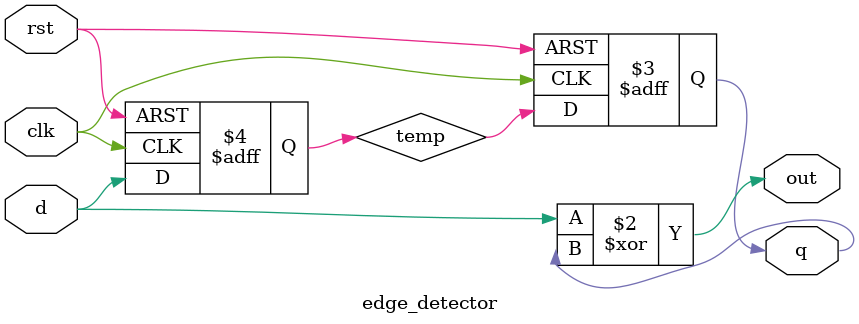
<source format=v>
module edge_detector(
  input clk, rst, d,
    output out,
    output reg q
);
reg temp;

always @(posedge clk or posedge rst) begin
    if (rst) begin
        q <= 1'b0;
        temp<=1'b0;
    end else begin
        temp <= d;
        q <= temp;
       
    end
end

assign out = d ^ q;
endmodule


</source>
